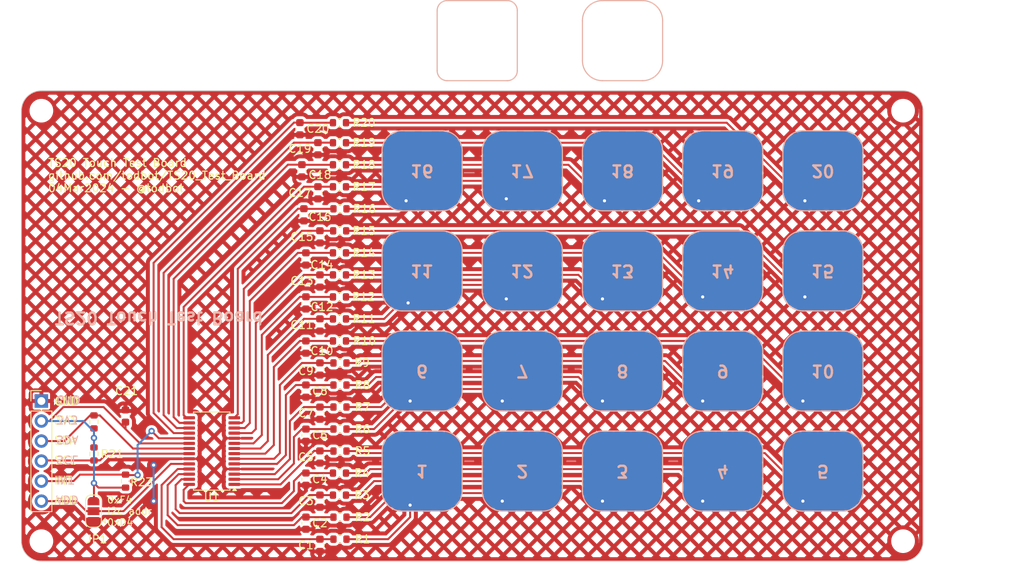
<source format=kicad_pcb>
(kicad_pcb (version 20240108) (generator "pcbnew") (generator_version "8.0")
  (layers (0 "F.Cu" signal) (31 "B.Cu" signal) (34 "B.Paste" user) (35 "F.Paste" user) (36 "B.SilkS" user "B.Silkscreen") (37 "F.SilkS" user "F.Silkscreen") (38 "B.Mask" user) (39 "F.Mask" user) (44 "Edge.Cuts" user))
  (net 0 "")
  (net 1 "GND")
  (net 2 "+3V3")
  (net 3 "Net-(U1-CS4)")
  (net 4 "/SDA")
  (net 5 "/SCL")
  (net 6 "/INT")
  (net 7 "/ADD")
  (net 8 "/CS1")
  (net 9 "/CS2")
  (net 10 "/CS3")
  (net 11 "/CS5")
  (net 12 "/CS6")
  (net 13 "/CS7")
  (net 14 "/CS8")
  (net 15 "/CS9")
  (net 16 "/CS10")
  (net 17 "/CS20")
  (net 18 "/CS19")
  (net 19 "/CS18")
  (net 20 "/CS17")
  (net 21 "/CS16")
  (net 22 "/CS15")
  (net 23 "/CS14")
  (net 24 "/CS13")
  (net 25 "/CS12")
  (net 26 "/CS11")
  (net 27 "/NCS1")
  (net 28 "/NCS2")
  (net 29 "/NCS3")
  (net 30 "/NCS4")
  (net 31 "/NCS5")
  (net 32 "/NCS6")
  (net 33 "/NCS7")
  (net 34 "/NCS8")
  (net 35 "/NCS9")
  (net 36 "/NCS10")
  (net 37 "Net-(SW11-A)")
  (net 38 "Net-(SW12-A)")
  (net 39 "Net-(SW13-A)")
  (net 40 "Net-(SW14-A)")
  (net 41 "Net-(SW15-A)")
  (net 42 "Net-(SW16-A)")
  (net 43 "Net-(SW17-A)")
  (net 44 "Net-(SW18-A)")
  (net 45 "Net-(SW19-A)")
  (net 46 "Net-(SW20-A)")
  (footprint "Capacitor_SMD:C_0603_1608Metric" (layer "F.Cu") (at 61.214 39.878 -90)
    (property "Reference" "C16")
    (property "Value" "10pF" (hide yes))
  )
  (footprint "Capacitor_SMD:C_0603_1608Metric" (layer "F.Cu") (at 60.706 28.956 -90)
    (property "Reference" "C20")
    (property "Value" "10pF" (hide yes))
  )
  (footprint "Resistor_SMD:R_0603_1608Metric" (layer "F.Cu") (at 38.608 73.66 -90)
    (property "Reference" "R23")
    (property "Value" "10k" (hide yes))
  )
  (footprint "Resistor_SMD:R_0603_1608Metric" (layer "F.Cu") (at 34.603999 66.149999 -90)
    (property "Reference" "R22" (hide yes))
    (property "Value" "10k" (hide yes))
  )
  (footprint "Resistor_SMD:R_0603_1608Metric" (layer "F.Cu") (at 65.723 75.438)
    (property "Reference" "R3")
    (property "Value" "200" (hide yes))
  )
  (footprint "Resistor_SMD:R_0603_1608Metric" (layer "F.Cu") (at 65.723 50.292)
    (property "Reference" "R12")
    (property "Value" "200" (hide yes))
  )
  (footprint "Resistor_SMD:R_0603_1608Metric" (layer "F.Cu") (at 65.723 44.704)
    (property "Reference" "R14")
    (property "Value" "200" (hide yes))
  )
  (footprint "Resistor_SMD:R_0603_1608Metric" (layer "F.Cu") (at 34.603999 70.213999 90)
    (property "Reference" "R21")
    (property "Value" "10k")
  )
  (footprint "Resistor_SMD:R_0603_1608Metric" (layer "F.Cu") (at 65.723 36.322)
    (property "Reference" "R17")
    (property "Value" "200" (hide yes))
  )
  (footprint "Resistor_SMD:R_0603_1608Metric" (layer "F.Cu") (at 65.723 47.498)
    (property "Reference" "R13")
    (property "Value" "200" (hide yes))
  )
  (footprint "Capacitor_SMD:C_0603_1608Metric" (layer "F.Cu") (at 61.468 51.054 -90)
    (property "Reference" "C12")
    (property "Value" "10pF" (hide yes))
  )
  (footprint "Resistor_SMD:R_0603_1608Metric" (layer "F.Cu") (at 65.786 69.85)
    (property "Reference" "R5")
    (property "Value" "200" (hide yes))
  )
  (footprint "Capacitor_SMD:C_0603_1608Metric" (layer "F.Cu") (at 63.246 76.2 -90)
    (property "Reference" "C3")
    (property "Value" "10pF" (hide yes))
  )
  (footprint "MountingHole:MountingHole_2.5mm" (layer "F.Cu") (at 27.94 26.67)
    (property "Reference" "H4" (hide yes))
    (property "Value" "MountingHole" (hide yes))
  )
  (footprint "Resistor_SMD:R_0603_1608Metric" (layer "F.Cu") (at 65.786 67.056)
    (property "Reference" "R6")
    (property "Value" "200" (hide yes))
  )
  (footprint "Resistor_SMD:R_0603_1608Metric" (layer "F.Cu") (at 65.749 41.91)
    (property "Reference" "R15")
    (property "Value" "200" (hide yes))
  )
  (footprint "Capacitor_SMD:C_0603_1608Metric" (layer "F.Cu") (at 61.468 56.655 -90)
    (property "Reference" "C10")
    (property "Value" "10pF" (hide yes))
  )
  (footprint "Capacitor_SMD:C_0603_1608Metric" (layer "F.Cu") (at 61.468 78.994 -90)
    (property "Reference" "C2")
    (property "Value" "10pF" (hide yes))
  )
  (footprint "Jumper:SolderJumper-3_P1.3mm_Open_RoundedPad1.0x1.5mm" (layer "F.Cu") (at 34.544 77.47 90)
    (property "Reference" "JP1")
    (property "Value" "SolderJumper_3_Open" (hide yes))
  )
  (footprint "Resistor_SMD:R_0603_1608Metric" (layer "F.Cu") (at 65.723 55.88)
    (property "Reference" "R10")
    (property "Value" "200" (hide yes))
  )
  (footprint "Capacitor_SMD:C_0603_1608Metric" (layer "F.Cu") (at 38.595 65.405 90)
    (property "Reference" "C21")
    (property "Value" "1uF")
  )
  (footprint "Resistor_SMD:R_0603_1608Metric" (layer "F.Cu") (at 65.723 28.194)
    (property "Reference" "R20")
    (property "Value" "200" (hide yes))
  )
  (footprint "Capacitor_SMD:C_0603_1608Metric" (layer "F.Cu") (at 63.246 59.436 -90)
    (property "Reference" "C9")
    (property "Value" "10pF" (hide yes))
  )
  (footprint "Capacitor_SMD:C_0603_1608Metric" (layer "F.Cu") (at 63.246 53.848 -90)
    (property "Reference" "C11")
    (property "Value" "10pF" (hide yes))
  )
  (footprint "Capacitor_SMD:C_0603_1608Metric" (layer "F.Cu") (at 63.241 70.599 -90)
    (property "Reference" "C5")
    (property "Value" "10pF" (hide yes))
  )
  (footprint "Resistor_SMD:R_0603_1608Metric" (layer "F.Cu") (at 65.786 58.674)
    (property "Reference" "R9")
    (property "Value" "200" (hide yes))
  )
  (footprint "Capacitor_SMD:C_0603_1608Metric" (layer "F.Cu") (at 61.468 67.831 -90)
    (property "Reference" "C6")
    (property "Value" "10pF" (hide yes))
  )
  (footprint "Capacitor_SMD:C_0603_1608Metric" (layer "F.Cu") (at 62.992 31.496 -90)
    (property "Reference" "C19")
    (property "Value" "10pF" (hide yes))
  )
  (footprint "Resistor_SMD:R_0603_1608Metric" (layer "F.Cu") (at 65.723 53.086)
    (property "Reference" "R11")
    (property "Value" "200" (hide yes))
  )
  (footprint "Resistor_SMD:R_0603_1608Metric" (layer "F.Cu") (at 65.786 64.262)
    (property "Reference" "R7")
    (property "Value" "200" (hide yes))
  )
  (footprint "Resistor_SMD:R_0603_1608Metric" (layer "F.Cu") (at 65.723 30.734)
    (property "Reference" "R19")
    (property "Value" "200" (hide yes))
  )
  (footprint "Package_SO:TSSOP-28_4.4x9.7mm_P0.65mm" (layer "F.Cu") (at 49.53 69.85 180)
    (property "Reference" "U1")
    (property "Value" "TS20")
  )
  (footprint "Resistor_SMD:R_0603_1608Metric" (layer "F.Cu") (at 65.786 39.116)
    (property "Reference" "R16")
    (property "Value" "200" (hide yes))
  )
  (footprint "Capacitor_SMD:C_0603_1608Metric" (layer "F.Cu") (at 62.992 37.084 -90)
    (property "Reference" "C17")
    (property "Value" "10pF" (hide yes))
  )
  (footprint "Connector_PinHeader_2.54mm:PinHeader_1x06_P2.54mm_Vertical" (layer "F.Cu") (at 27.94 63.5)
    (property "Reference" "J1" (hide yes))
    (property "Value" "Conn_01x06_Pin" (hide yes))
  )
  (footprint "MountingHole:MountingHole_2.5mm" (layer "F.Cu") (at 137.16 26.67)
    (property "Reference" "H2" (hide yes))
    (property "Value" "MountingHole" (hide yes))
  )
  (footprint "MountingHole:MountingHole_2.5mm" (layer "F.Cu") (at 137.16 81.28)
    (property "Reference" "H1" (hide yes))
    (property "Value" "MountingHole" (hide yes))
  )
  (footprint "MountingHole:MountingHole_2.5mm" (layer "F.Cu") (at 27.94 81.28)
    (property "Reference" "H3" (hide yes))
    (property "Value" "MountingHole" (hide yes))
  )
  (footprint "Capacitor_SMD:C_0603_1608Metric" (layer "F.Cu") (at 61.468 73.406 -90)
    (property "Reference" "C4")
    (property "Value" "10pF" (hide yes))
  )
  (footprint "Capacitor_SMD:C_0603_1608Metric" (layer "F.Cu") (at 61.468 45.479 -90)
    (property "Reference" "C14")
    (property "Value" "10pF" (hide yes))
  )
  (footprint "Capacitor_SMD:C_0603_1608Metric" (layer "F.Cu") (at 63.246 42.672 -90)
    (property "Reference" "C15")
    (property "Value" "10pF" (hide yes))
  )
  (footprint "Capacitor_SMD:C_0603_1608Metric" (layer "F.Cu") (at 63.246 81.801 -90)
    (property "Reference" "C1")
    (property "Value" "10pF")
  )
  (footprint "Capacitor_SMD:C_0603_1608Metric" (layer "F.Cu") (at 63.246 48.273 -90)
    (property "Reference" "C13")
    (property "Value" "10pF" (hide yes))
  )
  (footprint "Resistor_SMD:R_0603_1608Metric" (layer "F.Cu") (at 65.723 72.644)
    (property "Reference" "R4")
    (property "Value" "200" (hide yes))
  )
  (footprint "Capacitor_SMD:C_0603_1608Metric" (layer "F.Cu") (at 63.246 65.037 -90)
    (property "Reference" "C7")
    (property "Value" "10pF" (hide yes))
  )
  (footprint "Resistor_SMD:R_0603_1608Metric" (layer "F.Cu") (at 65.786 61.4745)
    (property "Reference" "R8")
    (property "Value" "200" (hide yes))
  )
  (footprint "Capacitor_SMD:C_0603_1608Metric" (layer "F.Cu") (at 61.468 62.2365 -90)
    (property "Reference" "C8")
    (property "Value" "10pF" (hide yes))
  )
  (footprint "Resistor_SMD:R_0603_1608Metric" (layer "F.Cu") (at 65.723 33.528)
    (property "Reference" "R18")
    (property "Value" "200" (hide yes))
  )
  (footprint "Resistor_SMD:R_0603_1608Metric" (layer "F.Cu") (at 65.786 81.026)
    (property "Reference" "R1")
    (property "Value" "200")
  )
  (footprint "Capacitor_SMD:C_0603_1608Metric" (layer "F.Cu") (at 60.96 34.29 -90)
    (property "Reference" "C18")
    (property "Value" "10pF" (hide yes))
  )
  (footprint "Resistor_SMD:R_0603_1608Metric" (layer "F.Cu") (at 65.786 78.232)
    (property "Reference" "R2")
    (property "Value" "200" (hide yes))
  )
  (footprint "SparkFun-Switch:Pad-CapacitiveTouch" (layer "B.Cu") (at 101.6 72.39 180)
    (property "Reference" "SW3")
    (property "Value" "Capacitive Button")
  )
  (footprint "SparkFun-Switch:Pad-CapacitiveTouch" (layer "B.Cu") (at 114.3 46.99 90)
    (property "Reference" "SW14" (hide yes))
    (property "Value" "Capacitive Button" (hide yes))
  )
  (footprint "SparkFun-Switch:Pad-CapacitiveTouch" (layer "B.Cu") (at 88.9 46.99 90)
    (property "Reference" "SW12" (hide yes))
    (property "Value" "Capacitive Button" (hide yes))
  )
  (footprint "SparkFun-Switch:Pad-CapacitiveTouch" (layer "B.Cu") (at 76.2 59.69 180)
    (property "Reference" "SW6" (hide yes))
    (property "Value" "Capacitive Button" (hide yes))
  )
  (footprint "SparkFun-Switch:Pad-CapacitiveTouch" (layer "B.Cu") (at 88.9 59.69 180)
    (property "Reference" "SW7" (hide yes))
    (property "Value" "Capacitive Button" (hide yes))
  )
  (footprint "SparkFun-Switch:Pad-CapacitiveTouch" (layer "B.Cu") (at 114.3 34.29 90)
    (property "Reference" "SW19" (hide yes))
    (property "Value" "Capacitive Button" (hide yes))
  )
  (footprint "SparkFun-Switch:Pad-CapacitiveTouch" (layer "B.Cu") (at 101.6 34.29 90)
    (property "Reference" "SW18" (hide yes))
    (property "Value" "Capacitive Button" (hide yes))
  )
  (footprint "SparkFun-Switch:Pad-CapacitiveTouch" (layer "B.Cu") (at 101.6 59.69 180)
    (property "Reference" "SW8" (hide yes))
    (property "Value" "Capacitive Button" (hide yes))
  )
  (footprint "SparkFun-Switch:Pad-CapacitiveTouch" (layer "B.Cu") (at 114.3 59.69 180)
    (property "Reference" "SW9" (hide yes))
    (property "Value" "Capacitive Button" (hide yes))
  )
  (footprint "SparkFun-Switch:Pad-CapacitiveTouch" (layer "B.Cu") (at 101.6 46.99 90)
    (property "Reference" "SW13" (hide yes))
    (property "Value" "Capacitive Button" (hide yes))
  )
  (footprint "SparkFun-Switch:Pad-CapacitiveTouch" (layer "B.Cu") (at 76.2 72.39 180)
    (property "Reference" "SW1")
    (property "Value" "Capacitive Button")
  )
  (footprint "SparkFun-Switch:Pad-CapacitiveTouch" (layer "B.Cu") (at 127 72.39 180)
    (property "Reference" "SW5")
    (property "Value" "Capacitive Button")
  )
  (footprint "SparkFun-Switch:Pad-CapacitiveTouch" (layer "B.Cu") (at 88.9 72.39 180)
    (property "Reference" "SW2")
    (property "Value" "Capacitive Button")
  )
  (footprint "SparkFun-Switch:Pad-CapacitiveTouch" (layer "B.Cu") (at 114.3 72.39 180)
    (property "Reference" "SW4")
    (property "Value" "Capacitive Button")
  )
  (footprint "SparkFun-Switch:Pad-CapacitiveTouch" (layer "B.Cu") (at 76.2 34.29 90)
    (property "Reference" "SW16" (hide yes))
    (property "Value" "Capacitive Button" (hide yes))
  )
  (footprint "SparkFun-Switch:Pad-CapacitiveTouch" (layer "B.Cu") (at 127 34.29 90)
    (property "Reference" "SW20" (hide yes))
    (property "Value" "Capacitive Button" (hide yes))
  )
  (footprint "SparkFun-Switch:Pad-CapacitiveTouch" (layer "B.Cu") (at 76.2 46.99 90)
    (property "Reference" "SW11" (hide yes))
    (property "Value" "Capacitive Button" (hide yes))
  )
  (footprint "SparkFun-Switch:Pad-CapacitiveTouch" (layer "B.Cu") (at 127 59.69 180)
    (property "Reference" "SW10" (hide yes))
    (property "Value" "Capacitive Button" (hide yes))
  )
  (footprint "SparkFun-Switch:Pad-CapacitiveTouch" (layer "B.Cu") (at 127 46.99 90)
    (property "Reference" "SW15" (hide yes))
    (property "Value" "Capacitive Button" (hide yes))
  )
  (footprint "SparkFun-Switch:Pad-CapacitiveTouch" (layer "B.Cu") (at 88.9 34.29 90)
    (property "Reference" "SW17" (hide yes))
    (property "Value" "Capacitive Button" (hide yes))
  )
  (gr_line (start 99.06 39.37) (end 104.140001 39.370001) (stroke (width 0.15)) (layer "B.SilkS"))
  (gr_line (start 91.440001 29.209999) (end 86.36 29.21) (stroke (width 0.15)) (layer "B.SilkS"))
  (gr_arc (start 81.280001 62.230001) (mid 80.536052 64.026052) (end 78.740001 64.770001) (stroke (width 0.15)) (layer "B.SilkS"))
  (gr_line (start 71.12 69.85) (end 71.12 74.93) (stroke (width 0.15)) (layer "B.SilkS"))
  (gr_arc (start 93.980001 62.230001) (mid 93.236052 64.026052) (end 91.440001 64.770001) (stroke (width 0.15)) (layer "B.SilkS"))
  (gr_line (start 78.740001 41.909999) (end 73.66 41.91) (stroke (width 0.15)) (layer "B.SilkS"))
  (gr_line (start 111.76 64.77) (end 116.840001 64.770001) (stroke (width 0.15)) (layer "B.SilkS"))
  (gr_arc (start 78.740001 54.609999) (mid 80.536052 55.353948) (end 81.280001 57.149999) (stroke (width 0.15)) (layer "B.SilkS"))
  (gr_arc (start 86.36 77.47) (mid 84.563949 76.726051) (end 83.82 74.93) (stroke (width 0.15)) (layer "B.SilkS"))
  (gr_line (start 104.140001 29.209999) (end 99.06 29.21) (stroke (width 0.15)) (layer "B.SilkS"))
  (gr_arc (start 93.980001 36.830001) (mid 93.236052 38.626052) (end 91.440001 39.370001) (stroke (width 0.15)) (layer "B.SilkS"))
  (gr_line (start 96.52 15.24) (end 96.52 20.32) (stroke (width 0.15)) (layer "B.SilkS"))
  (gr_arc (start 91.440001 67.309999) (mid 93.236052 68.053948) (end 93.980001 69.849999) (stroke (width 0.15)) (layer "B.SilkS"))
  (gr_arc (start 111.76 52.07) (mid 109.963949 51.326051) (end 109.22 49.53) (stroke (width 0.15)) (layer "B.SilkS"))
  (gr_arc (start 96.52 69.85) (mid 97.263949 68.053949) (end 99.06 67.31) (stroke (width 0.15)) (layer "B.SilkS"))
  (gr_arc (start 121.92 44.45) (mid 122.663949 42.653949) (end 124.46 41.91) (stroke (width 0.15)) (layer "B.SilkS"))
  (gr_arc (start 106.680001 36.830001) (mid 105.936052 38.626052) (end 104.140001 39.370001) (stroke (width 0.15)) (layer "B.SilkS"))
  (gr_line (start 83.82 57.15) (end 83.82 62.23) (stroke (width 0.15)) (layer "B.SilkS"))
  (gr_line (start 119.380001 62.230001) (end 119.380001 57.149999) (stroke (width 0.15)) (layer "B.SilkS"))
  (gr_line (start 124.46 64.77) (end 129.540001 64.770001) (stroke (width 0.15)) (layer "B.SilkS"))
  (gr_line (start 106.680001 36.830001) (end 106.680001 31.749999) (stroke (width 0.15)) (layer "B.SilkS"))
  (gr_line (start 73.66 77.47) (end 78.740001 77.470001) (stroke (width 0.15)) (layer "B.SilkS"))
  (gr_arc (start 73.66 52.07) (mid 71.863949 51.326051) (end 71.12 49.53) (stroke (width 0.15)) (layer "B.SilkS"))
  (gr_arc (start 71.12 57.15) (mid 71.863949 55.353949) (end 73.66 54.61) (stroke (width 0.15)) (layer "B.SilkS"))
  (gr_arc (start 81.280001 49.530001) (mid 80.536052 51.326052) (end 78.740001 52.070001) (stroke (width 0.15)) (layer "B.SilkS"))
  (gr_arc (start 86.995 12.7) (mid 87.893026 13.071974) (end 88.265 13.97) (stroke (width 0.15)) (layer "B.SilkS"))
  (gr_line (start 109.22 57.15) (end 109.22 62.23) (stroke (width 0.15)) (layer "B.SilkS"))
  (gr_arc (start 124.46 64.77) (mid 122.663949 64.026051) (end 121.92 62.23) (stroke (width 0.15)) (layer "B.SilkS"))
  (gr_arc (start 129.540001 29.209999) (mid 131.336052 29.953948) (end 132.080001 31.749999) (stroke (width 0.15)) (layer "B.SilkS"))
  (gr_line (start 96.52 57.15) (end 96.52 62.23) (stroke (width 0.15)) (layer "B.SilkS"))
  (gr_arc (start 116.840001 54.609999) (mid 118.636052 55.353948) (end 119.380001 57.149999) (stroke (width 0.15)) (layer "B.SilkS"))
  (gr_line (start 104.140001 41.909999) (end 99.06 41.91) (stroke (width 0.15)) (layer "B.SilkS"))
  (gr_line (start 86.36 64.77) (end 91.440001 64.770001) (stroke (width 0.15)) (layer "B.SilkS"))
  (gr_line (start 132.080001 62.230001) (end 132.080001 57.149999) (stroke (width 0.15)) (layer "B.SilkS"))
  (gr_arc (start 109.22 69.85) (mid 109.963949 68.053949) (end 111.76 67.31) (stroke (width 0.15)) (layer "B.SilkS"))
  (gr_arc (start 109.22 57.15) (mid 109.963949 55.353949) (end 111.76 54.61) (stroke (width 0.15)) (layer "B.SilkS"))
  (gr_arc (start 124.46 52.07) (mid 122.663949 51.326051) (end 121.92 49.53) (stroke (width 0.15)) (layer "B.SilkS"))
  (gr_line (start 88.265 21.59) (end 88.265 13.97) (stroke (width 0.15)) (layer "B.SilkS"))
  (gr_line (start 116.840001 54.609999) (end 111.76 54.61) (stroke (width 0.15)) (layer "B.SilkS"))
  (gr_arc (start 111.76 39.37) (mid 109.963949 38.626051) (end 109.22 36.83) (stroke (width 0.15)) (layer "B.SilkS"))
  (gr_line (start 71.12 31.75) (end 71.12 36.83) (stroke (width 0.15)) (layer "B.SilkS"))
  (gr_arc (start 132.080001 74.930001) (mid 131.336052 76.726052) (end 129.540001 77.470001) (stroke (width 0.15)) (layer "B.SilkS"))
  (gr_line (start 116.840001 29.209999) (end 111.76 29.21) (stroke (width 0.15)) (layer "B.SilkS"))
  (gr_line (start 129.540001 54.609999) (end 124.46 54.61) (stroke (width 0.15)) (layer "B.SilkS"))
  (gr_arc (start 96.52 44.45) (mid 97.263949 42.653949) (end 99.06 41.91) (stroke (width 0.15)) (layer "B.SilkS"))
  (gr_line (start 73.66 39.37) (end 78.740001 39.370001) (stroke (width 0.15)) (layer "B.SilkS"))
  (gr_line (start 132.080001 74.930001) (end 132.080001 69.849999) (stroke (width 0.15)) (layer "B.SilkS"))
  (gr_line (start 129.540001 67.309999) (end 124.46 67.31) (stroke (width 0.15)) (layer "B.SilkS"))
  (gr_line (start 129.540001 29.209999) (end 124.46 29.21) (stroke (width 0.15)) (layer "B.SilkS"))
  (gr_arc (start 81.280001 36.830001) (mid 80.536052 38.626052) (end 78.740001 39.370001) (stroke (width 0.15)) (layer "B.SilkS"))
  (gr_line (start 132.080001 36.830001) (end 132.080001 31.749999) (stroke (width 0.15)) (layer "B.SilkS"))
  (gr_line (start 83.82 44.45) (end 83.82 49.53) (stroke (width 0.15)) (layer "B.SilkS"))
  (gr_line (start 91.440001 67.309999) (end 86.36 67.31) (stroke (width 0.15)) (layer "B.SilkS"))
  (gr_line (start 124.46 52.07) (end 129.540001 52.070001) (stroke (width 0.15)) (layer "B.SilkS"))
  (gr_arc (start 78.740001 41.909999) (mid 80.536052 42.653948) (end 81.280001 44.449999) (stroke (width 0.15)) (layer "B.SilkS"))
  (gr_line (start 73.66 64.77) (end 78.740001 64.770001) (stroke (width 0.15)) (layer "B.SilkS"))
  (gr_line (start 109.22 69.85) (end 109.22 74.93) (stroke (width 0.15)) (layer "B.SilkS"))
  (gr_arc (start 73.66 77.47) (mid 71.863949 76.726051) (end 71.12 74.93) (stroke (width 0.15)) (layer "B.SilkS"))
  (gr_arc (start 119.380001 36.830001) (mid 118.636052 38.626052) (end 116.840001 39.370001) (stroke (width 0.15)) (layer "B.SilkS"))
  (gr_arc (start 99.06 39.37) (mid 97.263949 38.626051) (end 96.52 36.83) (stroke (width 0.15)) (layer "B.SilkS"))
  (gr_arc (start 111.76 77.47) (mid 109.963949 76.726051) (end 109.22 74.93) (stroke (width 0.15)) (layer "B.SilkS"))
  (gr_arc (start 132.080001 49.530001) (mid 131.336052 51.326052) (end 129.540001 52.070001) (stroke (width 0.15)) (layer "B.SilkS"))
  (gr_line (start 78.740001 29.209999) (end 73.66 29.21) (stroke (width 0.15)) (layer "B.SilkS"))
  (gr_line (start 121.92 57.15) (end 121.92 62.23) (stroke (width 0.15)) (layer "B.SilkS"))
  (gr_line (start 83.82 69.85) (end 83.82 74.93) (stroke (width 0.15)) (layer "B.SilkS"))
  (gr_line (start 93.980001 74.930001) (end 93.980001 69.849999) (stroke (width 0.15)) (layer "B.SilkS"))
  (gr_arc (start 83.82 69.85) (mid 84.563949 68.053949) (end 86.36 67.31) (stroke (width 0.15)) (layer "B.SilkS"))
  (gr_arc (start 124.46 77.47) (mid 122.663949 76.726051) (end 121.92 74.93) (stroke (width 0.15)) (layer "B.SilkS"))
  (gr_arc (start 71.12 31.75) (mid 71.863949 29.953949) (end 73.66 29.21) (stroke (width 0.15)) (layer "B.SilkS"))
  (gr_arc (start 106.680001 74.930001) (mid 105.936052 76.726052) (end 104.140001 77.470001) (stroke (width 0.15)) (layer "B.SilkS"))
  (gr_line (start 96.52 44.45) (end 96.52 49.53) (stroke (width 0.15)) (layer "B.SilkS"))
  (gr_arc (start 91.440001 29.209999) (mid 93.236052 29.953948) (end 93.980001 31.749999) (stroke (width 0.15)) (layer "B.SilkS"))
  (gr_line (start 81.280001 74.930001) (end 81.280001 69.849999) (stroke (width 0.15)) (layer "B.SilkS"))
  (gr_line (start 73.66 52.07) (end 78.740001 52.070001) (stroke (width 0.15)) (layer "B.SilkS"))
  (gr_line (start 81.280001 49.530001) (end 81.280001 44.449999) (stroke (width 0.15)) (layer "B.SilkS"))
  (gr_arc (start 111.76 64.77) (mid 109.963949 64.026051) (end 109.22 62.23) (stroke (width 0.15)) (layer "B.SilkS"))
  (gr_line (start 93.980001 36.830001) (end 93.980001 31.749999) (stroke (width 0.15)) (layer "B.SilkS"))
  (gr_arc (start 91.440001 54.609999) (mid 93.236052 55.353948) (end 93.980001 57.149999) (stroke (width 0.15)) (layer "B.SilkS"))
  (gr_arc (start 99.06 64.77) (mid 97.263949 64.026051) (end 96.52 62.23) (stroke (width 0.15)) (layer "B.SilkS"))
  (gr_line (start 116.840001 67.309999) (end 111.76 67.31) (stroke (width 0.15)) (layer "B.SilkS"))
  (gr_line (start 91.440001 41.909999) (end 86.36 41.91) (stroke (width 0.15)) (layer "B.SilkS"))
  (gr_arc (start 99.06 22.86) (mid 97.263949 22.116051) (end 96.52 20.32) (stroke (width 0.15)) (layer "B.SilkS"))
  (gr_line (start 71.12 44.45) (end 71.12 49.53) (stroke (width 0.15)) (layer "B.SilkS"))
  (gr_line (start 106.680001 74.930001) (end 106.680001 69.849999) (stroke (width 0.15)) (layer "B.SilkS"))
  (gr_line (start 121.92 44.45) (end 121.92 49.53) (stroke (width 0.15)) (layer "B.SilkS"))
  (gr_arc (start 116.840001 67.309999) (mid 118.636052 68.053948) (end 119.380001 69.849999) (stroke (width 0.15)) (layer "B.SilkS"))
  (gr_arc (start 104.140001 12.699999) (mid 105.936052 13.443948) (end 106.680001 15.239999) (stroke (width 0.15)) (layer "B.SilkS"))
  (gr_arc (start 78.740001 67.309999) (mid 80.536052 68.053948) (end 81.280001 69.849999) (stroke (width 0.15)) (layer "B.SilkS"))
  (gr_arc (start 93.980001 49.530001) (mid 93.236052 51.326052) (end 91.440001 52.070001) (stroke (width 0.15)) (layer "B.SilkS"))
  (gr_arc (start 99.06 52.07) (mid 97.263949 51.326051) (end 96.52 49.53) (stroke (width 0.15)) (layer "B.SilkS"))
  (gr_arc (start 119.380001 74.930001) (mid 118.636052 76.726052) (end 116.840001 77.470001) (stroke (width 0.15)) (layer "B.SilkS"))
  (gr_arc (start 119.380001 62.230001) (mid 118.636052 64.026052) (end 116.840001 64.770001) (stroke (width 0.15)) (layer "B.SilkS"))
  (gr_arc (start 93.980001 74.930001) (mid 93.236052 76.726052) (end 91.440001 77.470001) (stroke (width 0.15)) (layer "B.SilkS"))
  (gr_line (start 109.22 44.45) (end 109.22 49.53) (stroke (width 0.15)) (layer "B.SilkS"))
  (gr_line (start 129.540001 41.909999) (end 124.46 41.91) (stroke (width 0.15)) (layer "B.SilkS"))
  (gr_arc (start 129.540001 41.909999) (mid 131.336052 42.653948) (end 132.080001 44.449999) (stroke (width 0.15)) (layer "B.SilkS"))
  (gr_arc (start 96.52 31.75) (mid 97.263949 29.953949) (end 99.06 29.21) (stroke (width 0.15)) (layer "B.SilkS"))
  (gr_arc (start 104.140001 67.309999) (mid 105.936052 68.053948) (end 106.680001 69.849999) (stroke (width 0.15)) (layer "B.SilkS"))
  (gr_arc (start 86.36 64.77) (mid 84.563949 64.026051) (end 83.82 62.23) (stroke (width 0.15)) (layer "B.SilkS"))
  (gr_line (start 124.46 77.47) (end 129.540001 77.470001) (stroke (width 0.15)) (layer "B.SilkS"))
  (gr_line (start 124.46 39.37) (end 129.540001 39.370001) (stroke (width 0.15)) (layer "B.SilkS"))
  (gr_arc (start 73.66 39.37) (mid 71.863949 38.626051) (end 71.12 36.83) (stroke (width 0.15)) (layer "B.SilkS"))
  (gr_line (start 86.36 77.47) (end 91.440001 77.470001) (stroke (width 0.15)) (layer "B.SilkS"))
  (gr_line (start 99.06 77.47) (end 104.140001 77.470001) (stroke (width 0.15)) (layer "B.SilkS"))
  (gr_line (start 96.52 69.85) (end 96.52 74.93) (stroke (width 0.15)) (layer "B.SilkS"))
  (gr_line (start 86.36 52.07) (end 91.440001 52.070001) (stroke (width 0.15)) (layer "B.SilkS"))
  (gr_arc (start 124.46 39.37) (mid 122.663949 38.626051) (end 121.92 36.83) (stroke (width 0.15)) (layer "B.SilkS"))
  (gr_line (start 81.280001 62.230001) (end 81.280001 57.149999) (stroke (width 0.15)) (layer "B.SilkS"))
  (gr_arc (start 78.105 13.97) (mid 78.476974 13.071974) (end 79.375 12.7) (stroke (width 0.15)) (layer "B.SilkS"))
  (gr_arc (start 81.280001 74.930001) (mid 80.536052 76.726052) (end 78.740001 77.470001) (stroke (width 0.15)) (layer "B.SilkS"))
  (gr_arc (start 78.740001 29.209999) (mid 80.536052 29.953948) (end 81.280001 31.749999) (stroke (width 0.15)) (layer "B.SilkS"))
  (gr_arc (start 119.380001 49.530001) (mid 118.636052 51.326052) (end 116.840001 52.070001) (stroke (width 0.15)) (layer "B.SilkS"))
  (gr_line (start 99.06 22.86) (end 104.140001 22.860001) (stroke (width 0.15)) (layer "B.SilkS"))
  (gr_line (start 109.22 31.75) (end 109.22 36.83) (stroke (width 0.15)) (layer "B.SilkS"))
  (gr_line (start 99.06 52.07) (end 104.140001 52.070001) (stroke (width 0.15)) (layer "B.SilkS"))
  (gr_line (start 119.380001 36.830001) (end 119.380001 31.749999) (stroke (width 0.15)) (layer "B.SilkS"))
  (gr_arc (start 83.82 44.45) (mid 84.563949 42.653949) (end 86.36 41.91) (stroke (width 0.15)) (layer "B.SilkS"))
  (gr_arc (start 104.140001 41.909999) (mid 105.936052 42.653948) (end 106.680001 44.449999) (stroke (width 0.15)) (layer "B.SilkS"))
  (gr_line (start 104.140001 67.309999) (end 99.06 67.31) (stroke (width 0.15)) (layer "B.SilkS"))
  (gr_line (start 106.680001 62.230001) (end 106.680001 57.149999) (stroke (width 0.15)) (layer "B.SilkS"))
  (gr_line (start 71.12 57.15) (end 71.12 62.23) (stroke (width 0.15)) (layer "B.SilkS"))
  (gr_line (start 91.440001 54.609999) (end 86.36 54.61) (stroke (width 0.15)) (layer "B.SilkS"))
  (gr_arc (start 106.680001 20.320001) (mid 105.936052 22.116052) (end 104.140001 22.860001) (stroke (width 0.15)) (layer "B.SilkS"))
  (gr_line (start 79.375 22.86) (end 86.995 22.86) (stroke (width 0.15)) (layer "B.SilkS"))
  (gr_arc (start 96.52 57.15) (mid 97.263949 55.353949) (end 99.06 54.61) (stroke (width 0.15)) (layer "B.SilkS"))
  (gr_line (start 104.140001 54.609999) (end 99.06 54.61) (stroke (width 0.15)) (layer "B.SilkS"))
  (gr_line (start 78.105 13.97) (end 78.105 21.59) (stroke (width 0.15)) (layer "B.SilkS"))
  (gr_arc (start 104.140001 54.609999) (mid 105.936052 55.353948) (end 106.680001 57.149999) (stroke (width 0.15)) (layer "B.SilkS"))
  (gr_line (start 106.680001 20.320001) (end 106.680001 15.239999) (stroke (width 0.15)) (layer "B.SilkS"))
  (gr_line (start 81.280001 36.830001) (end 81.280001 31.749999) (stroke (width 0.15)) (layer "B.SilkS"))
  (gr_line (start 121.92 31.75) (end 121.92 36.83) (stroke (width 0.15)) (layer "B.SilkS"))
  (gr_line (start 93.980001 62.230001) (end 93.980001 57.149999) (stroke (width 0.15)) (layer "B.SilkS"))
  (gr_arc (start 104.140001 29.209999) (mid 105.936052 29.953948) (end 106.680001 31.749999) (stroke (width 0.15)) (layer "B.SilkS"))
  (gr_arc (start 116.840001 29.209999) (mid 118.636052 29.953948) (end 119.380001 31.749999) (stroke (width 0.15)) (layer "B.SilkS"))
  (gr_arc (start 132.080001 62.230001) (mid 131.336052 64.026052) (end 129.540001 64.770001) (stroke (width 0.15)) (layer "B.SilkS"))
  (gr_line (start 93.980001 49.530001) (end 93.980001 44.449999) (stroke (width 0.15)) (layer "B.SilkS"))
  (gr_line (start 111.76 52.07) (end 116.840001 52.070001) (stroke (width 0.15)) (layer "B.SilkS"))
  (gr_arc (start 132.080001 36.830001) (mid 131.336052 38.626052) (end 129.540001 39.370001) (stroke (width 0.15)) (layer "B.SilkS"))
  (gr_line (start 99.06 64.77) (end 104.140001 64.770001) (stroke (width 0.15)) (layer "B.SilkS"))
  (gr_arc (start 106.680001 49.530001) (mid 105.936052 51.326052) (end 104.140001 52.070001) (stroke (width 0.15)) (layer "B.SilkS"))
  (gr_arc (start 96.52 15.24) (mid 97.263949 13.443949) (end 99.06 12.7) (stroke (width 0.15)) (layer "B.SilkS"))
  (gr_arc (start 109.22 31.75) (mid 109.963949 29.953949) (end 111.76 29.21) (stroke (width 0.15)) (layer "B.SilkS"))
  (gr_arc (start 88.265 21.59) (mid 87.893026 22.488026) (end 86.995 22.86) (stroke (width 0.15)) (layer "B.SilkS"))
  (gr_line (start 78.740001 67.309999) (end 73.66 67.31) (stroke (width 0.15)) (layer "B.SilkS"))
  (gr_arc (start 71.12 69.85) (mid 71.863949 68.053949) (end 73.66 67.31) (stroke (width 0.15)) (layer "B.SilkS"))
  (gr_line (start 86.36 39.37) (end 91.440001 39.370001) (stroke (width 0.15)) (layer "B.SilkS"))
  (gr_line (start 119.380001 74.930001) (end 119.380001 69.849999) (stroke (width 0.15)) (layer "B.SilkS"))
  (gr_arc (start 91.440001 41.909999) (mid 93.236052 42.653948) (end 93.980001 44.449999) (stroke (width 0.15)) (layer "B.SilkS"))
  (gr_line (start 132.080001 49.530001) (end 132.080001 44.449999) (stroke (width 0.15)) (layer "B.SilkS"))
  (gr_arc (start 73.66 64.77) (mid 71.863949 64.026051) (end 71.12 62.23) (stroke (width 0.15)) (layer "B.SilkS"))
  (gr_arc (start 79.375 22.86) (mid 78.476974 22.488026) (end 78.105 21.59) (stroke (width 0.15)) (layer "B.SilkS"))
  (gr_arc (start 99.06 77.47) (mid 97.263949 76.726051) (end 96.52 74.93) (stroke (width 0.15)) (layer "B.SilkS"))
  (gr_line (start 111.76 77.47) (end 116.840001 77.470001) (stroke (width 0.15)) (layer "B.SilkS"))
  (gr_arc (start 121.92 31.75) (mid 122.663949 29.953949) (end 124.46 29.21) (stroke (width 0.15)) (layer "B.SilkS"))
  (gr_arc (start 71.12 44.45) (mid 71.863949 42.653949) (end 73.66 41.91) (stroke (width 0.15)) (layer "B.SilkS"))
  (gr_arc (start 129.540001 54.609999) (mid 131.336052 55.353948) (end 132.080001 57.149999) (stroke (width 0.15)) (layer "B.SilkS"))
  (gr_arc (start 83.82 31.75) (mid 84.563949 29.953949) (end 86.36 29.21) (stroke (width 0.15)) (layer "B.SilkS"))
  (gr_line (start 86.995 12.7) (end 79.375 12.7) (stroke (width 0.15)) (layer "B.SilkS"))
  (gr_arc (start 109.22 44.45) (mid 109.963949 42.653949) (end 111.76 41.91) (stroke (width 0.15)) (layer "B.SilkS"))
  (gr_line (start 121.92 69.85) (end 121.92 74.93) (stroke (width 0.15)) (layer "B.SilkS"))
  (gr_arc (start 83.82 57.15) (mid 84.563949 55.353949) (end 86.36 54.61) (stroke (width 0.15)) (layer "B.SilkS"))
  (gr_arc (start 106.680001 62.230001) (mid 105.936052 64.026052) (end 104.140001 64.770001) (stroke (width 0.15)) (layer "B.SilkS"))
  (gr_line (start 104.140001 12.699999) (end 99.06 12.7) (stroke (width 0.15)) (layer "B.SilkS"))
  (gr_line (start 116.840001 41.909999) (end 111.76 41.91) (stroke (width 0.15)) (layer "B.SilkS"))
  (gr_line (start 78.740001 54.609999) (end 73.66 54.61) (stroke (width 0.15)) (layer "B.SilkS"))
  (gr_arc (start 129.540001 67.309999) (mid 131.336052 68.053948) (end 132.080001 69.849999) (stroke (width 0.15)) (layer "B.SilkS"))
  (gr_arc (start 86.36 39.37) (mid 84.563949 38.626051) (end 83.82 36.83) (stroke (width 0.15)) (layer "B.SilkS"))
  (gr_arc (start 121.92 69.85) (mid 122.663949 68.053949) (end 124.46 67.31) (stroke (width 0.15)) (layer "B.SilkS"))
  (gr_line (start 96.52 31.75) (end 96.52 36.83) (stroke (width 0.15)) (layer "B.SilkS"))
  (gr_line (start 119.380001 49.530001) (end 119.380001 44.449999) (stroke (width 0.15)) (layer "B.SilkS"))
  (gr_line (start 106.680001 49.530001) (end 106.680001 44.449999) (stroke (width 0.15)) (layer "B.SilkS"))
  (gr_arc (start 116.840001 41.909999) (mid 118.636052 42.653948) (end 119.380001 44.449999) (stroke (width 0.15)) (layer "B.SilkS"))
  (gr_line (start 83.82 31.75) (end 83.82 36.83) (stroke (width 0.15)) (layer "B.SilkS"))
  (gr_arc (start 121.92 57.15) (mid 122.663949 55.353949) (end 124.46 54.61) (stroke (width 0.15)) (layer "B.SilkS"))
  (gr_line (start 111.76 39.37) (end 116.840001 39.370001) (stroke (width 0.15)) (layer "B.SilkS"))
  (gr_arc (start 86.36 52.07) (mid 84.563949 51.326051) (end 83.82 49.53) (stroke (width 0.15)) (layer "B.SilkS"))
  (gr_line (start 27.94 24.13) (end 137.16 24.13) (stroke (width 0.1)) (layer "Edge.Cuts"))
  (gr_arc (start 139.7 81.28) (mid 138.956051 83.076051) (end 137.16 83.82) (stroke (width 0.1)) (layer "Edge.Cuts"))
  (gr_line (start 25.4 26.67) (end 25.4 81.28) (stroke (width 0.1)) (layer "Edge.Cuts"))
  (gr_arc (start 137.16 24.13) (mid 138.956051 24.873949) (end 139.7 26.67) (stroke (width 0.1)) (layer "Edge.Cuts"))
  (gr_line (start 139.7 26.67) (end 139.7 81.27003) (stroke (width 0.1)) (layer "Edge.Cuts"))
  (gr_arc (start 25.4 26.67) (mid 26.143949 24.873949) (end 27.94 24.13) (stroke (width 0.1)) (layer "Edge.Cuts"))
  (gr_arc (start 27.94 83.82) (mid 26.143949 83.076051) (end 25.4 81.28) (stroke (width 0.1)) (layer "Edge.Cuts"))
  (gr_line (start 137.16 83.82) (end 27.94 83.82) (stroke (width 0.1)) (layer "Edge.Cuts"))
  (gr_text "3" (at 101.6 72.39 180) (layer "B.SilkS") (effects (font (size 1.5 1.5) (thickness 0.3) (bold yes)) (justify mirror)))
  (gr_text "11" (at 76.2 46.99 180) (layer "B.SilkS") (effects (font (size 1.5 1.5) (thickness 0.3) (bold yes)) (justify mirror)))
  (gr_text "ADD" (at 29.718 75.438 180) (layer "B.SilkS") (effects (font (size 1 1)) (justify left bottom mirror)))
  (gr_text "SDA" (at 29.718 67.817999 180) (layer "B.SilkS") (effects (font (size 1 1)) (justify left bottom mirror)))
  (gr_text "1" (at 76.2 72.39 180) (layer "B.SilkS") (effects (font (size 1.5 1.5) (thickness 0.3) (bold yes)) (justify mirror)))
  (gr_text "SCL" (at 29.718 70.358 180) (layer "B.SilkS") (effects (font (size 1 1)) (justify left bottom mirror)))
  (gr_text "GND" (at 29.718 62.738 180) (layer "B.SilkS") (effects (font (size 1 1) (thickness 0.2) (bold yes)) (justify left bottom mirror)))
  (gr_text "5" (at 127 72.39 180) (layer "B.SilkS") (effects (font (size 1.5 1.5) (thickness 0.3) (bold yes)) (justify mirror)))
  (gr_text "TS20 Touch Test Board" (at 29.464 52.07 180) (layer "B.SilkS") (effects (font (size 1.5 1.5) (thickness 0.3) (bold yes)) (justify left bottom mirror)))
  (gr_text "3V3\n" (at 29.718 65.278 180) (layer "B.SilkS") (effects (font (size 1 1)) (justify left bottom mirror)))
  (gr_text "15" (at 127 46.99 180) (layer "B.SilkS") (effects (font (size 1.5 1.5) (thickness 0.3) (bold yes)) (justify mirror)))
  (gr_text "7" (at 88.9 59.69 180) (layer "B.SilkS") (effects (font (size 1.5 1.5) (thickness 0.3) (bold yes)) (justify mirror)))
  (gr_text "8\n" (at 101.6 59.69 180) (layer "B.SilkS") (effects (font (size 1.5 1.5) (thickness 0.3) (bold yes)) (justify mirror)))
  (gr_text "6" (at 76.2 59.69 180) (layer "B.SilkS") (effects (font (size 1.5 1.5) (thickness 0.3) (bold yes)) (justify mirror)))
  (gr_text "13" (at 101.6 46.99 180) (layer "B.SilkS") (effects (font (size 1.5 1.5) (thickness 0.3) (bold yes)) (justify mirror)))
  (gr_text "14" (at 114.3 46.99 180) (layer "B.SilkS") (effects (font (size 1.5 1.5) (thickness 0.3) (bold yes)) (justify mirror)))
  (gr_text "17" (at 88.9 34.29 180) (layer "B.SilkS") (effects (font (size 1.5 1.5) (thickness 0.3) (bold yes)) (justify mirror)))
  (gr_text "20" (at 127 34.29 180) (layer "B.SilkS") (effects (font (size 1.5 1.5) (thickness 0.3) (bold yes)) (justify mirror)))
  (gr_text "2" (at 88.9 72.39 180) (layer "B.SilkS") (effects (font (size 1.5 1.5) (thickness 0.3) (bold yes)) (justify mirror)))
  (gr_text "12" (at 88.9 46.99 180) (layer "B.SilkS") (effects (font (size 1.5 1.5) (thickness 0.3) (bold yes)) (justify mirror)))
  (gr_text "19" (at 114.3 34.29 180) (layer "B.SilkS") (effects (font (size 1.5 1.5) (thickness 0.3) (bold yes)) (justify mirror)))
  (gr_text "9" (at 114.3 59.69 180) (layer "B.SilkS") (effects (font (size 1.5 1.5) (thickness 0.3) (bold yes)) (justify mirror)))
  (gr_text "10" (at 127 59.69 180) (layer "B.SilkS") (effects (font (size 1.5 1.5) (thickness 0.3) (bold yes)) (justify mirror)))
  (gr_text "16" (at 76.2 34.29 180) (layer "B.SilkS") (effects (font (size 1.5 1.5) (thickness 0.3) (bold yes)) (justify mirror)))
  (gr_text "18" (at 101.6 34.29 180) (layer "B.SilkS") (effects (font (size 1.5 1.5) (thickness 0.3) (bold yes)) (justify mirror)))
  (gr_text "INT" (at 29.718 72.898 180) (layer "B.SilkS") (effects (font (size 1 1)) (justify left bottom mirror)))
  (gr_text "4" (at 114.3 72.39 180) (layer "B.SilkS") (effects (font (size 1.5 1.5) (thickness 0.3) (bold yes)) (justify mirror)))
  (gr_text "SDA" (at 29.464 69.087999 0) (layer "F.SilkS") (effects (font (size 1 1)) (justify left bottom)))
  (gr_text "0xF4\ni2c addr\n0xD4" (at 36.195 77.47 0) (layer "F.SilkS") (effects (font (size 0.889 0.889) (thickness 0.127)) (justify left)))
  (gr_text "INT" (at 29.464 74.168 0) (layer "F.SilkS") (effects (font (size 1 1)) (justify left bottom)))
  (gr_text "SCL" (at 29.464 71.628001 0) (layer "F.SilkS") (effects (font (size 1 1)) (justify left bottom)))
  (gr_text "TS20 Touch Test Board\ngithub.com/todbot/TS20_Test_Board\n04Mar2024 - @todbot\n" (at 28.702 37.084 0) (layer "F.SilkS") (effects (font (size 1 1)) (justify left bottom)))
  (gr_text "3V3\n" (at 29.464 66.548001 0) (layer "F.SilkS") (effects (font (size 1 1)) (justify left bottom)))
  (gr_text "ADD" (at 29.464 76.708 0) (layer "F.SilkS") (effects (font (size 1 1)) (justify left bottom)))
  (gr_text "GND" (at 29.464 64.1325 0) (layer "F.SilkS") (effects (font (size 1 1) (thickness 0.2) (bold yes)) (justify left bottom)))
  (segment (start 52.3925 72.125) (end 52.3815 72.136) (width 0.25) (layer "F.Cu") (net 1))
  (segment (start 27.178 62.835001) (end 27.275001 62.738) (width 0.25) (layer "F.Cu") (net 1))
  (segment (start 46.6675 70.825) (end 42.967 70.825) (width 0.25) (layer "F.Cu") (net 1))
  (segment (start 52.3925 68.225) (end 51.054 68.225) (width 0.25) (layer "F.Cu") (net 1))
  (segment (start 52.3815 72.136) (end 51.054 72.136) (width 0.25) (layer "F.Cu") (net 1))
  (segment (start 42.967 70.825) (end 42.164 71.628) (width 0.25) (layer "F.Cu") (net 1))
  (segment (start 46.6675 70.825) (end 47.752 70.825) (width 0.25) (layer "F.Cu") (net 1))
  (via (at 42.164 71.628) (size 0.8) (drill 0.4) (layers "F.Cu" "B.Cu") (net 1))
  (via (at 42.164 76.2) (size 0.8) (drill 0.4) (layers "F.Cu" "B.Cu") (net 1))
  (segment (start 42.164 71.628) (end 42.164 76.2) (width 0.25) (layer "B.Cu") (net 1))
  (segment (start 40.427 68.875) (end 46.6675 68.875) (width 0.25) (layer "F.Cu") (net 2))
  (segment (start 38.608 66.32) (end 38.608 67.056) (width 0.25) (layer "F.Cu") (net 2))
  (segment (start 27.94 66.04) (end 28.956 66.04) (width 0.25) (layer "F.Cu") (net 2))
  (segment (start 28.956 66.04) (end 30.734 64.262) (width 0.25) (layer "F.Cu") (net 2))
  (segment (start 34.603999 73.914) (end 34.603999 76.110001) (width 0.25) (layer "F.Cu") (net 2))
  (segment (start 38.608 74.485) (end 35.174999 74.485) (width 0.25) (layer "F.Cu") (net 2))
  (segment (start 38.595 66.307) (end 38.608 66.32) (width 0.25) (layer "F.Cu") (net 2))
  (segment (start 30.734 64.262) (end 35.814 64.262) (width 0.25) (layer "F.Cu") (net 2))
  (segment (start 34.603999 76.110001) (end 34.544 76.17) (width 0.25) (layer "F.Cu") (net 2))
  (segment (start 35.174999 74.485) (end 34.603999 73.914) (width 0.25) (layer "F.Cu") (net 2))
  (segment (start 38.608 67.056) (end 40.427 68.875) (width 0.25) (layer "F.Cu") (net 2))
  (segment (start 35.814 64.262) (end 38.608 67.056) (width 0.25) (layer "F.Cu") (net 2))
  (segment (start 34.603999 69.388999) (end 34.603999 66.974999) (width 0.25) (layer "F.Cu") (net 2))
  (via (at 34.603999 73.914) (size 0.8) (drill 0.4) (layers "F.Cu" "B.Cu") (net 2))
  (via (at 34.603999 68.181999) (size 0.8) (drill 0.4) (layers "F.Cu" "B.Cu") (net 2))
  (segment (start 33.274 66.04) (end 27.94 66.04) (width 0.25) (layer "B.Cu") (net 2))
  (segment (start 34.603999 73.914) (end 34.603999 68.181999) (width 0.25) (layer "B.Cu") (net 2))
  (segment (start 34.603999 68.181999) (end 34.603999 67.369999) (width 0.25) (layer "B.Cu") (net 2))
  (segment (start 34.603999 67.369999) (end 33.274 66.04) (width 0.25) (layer "B.Cu") (net 2))
  (segment (start 46.6675 74.075) (end 45.974 74.7685) (width 0.25) (layer "F.Cu") (net 3))
  (segment (start 45.974 76.2) (end 46.228 76.454) (width 0.25) (layer "F.Cu") (net 3))
  (segment (start 58.42 76.454) (end 59.944 74.93) (width 0.25) (layer "F.Cu") (net 3))
  (segment (start 46.228 76.454) (end 58.42 76.454) (width 0.25) (layer "F.Cu") (net 3))
  (segment (start 45.974 74.7685) (end 45.974 76.2) (width 0.25) (layer "F.Cu") (net 3))
  (segment (start 61.481 72.644) (end 61.468 72.631) (width 0.25) (layer "F.Cu") (net 3))
  (segment (start 59.944 74.93) (end 59.944 73.66) (width 0.25) (layer "F.Cu") (net 3))
  (segment (start 60.973 72.631) (end 61.468 72.631) (width 0.25) (layer "F.Cu") (net 3))
  (segment (start 59.944 73.66) (end 60.973 72.631) (width 0.25) (layer "F.Cu") (net 3))
  (segment (start 64.898 72.644) (end 61.481 72.644) (width 0.25) (layer "F.Cu") (net 3))
  (segment (start 30.861 68.58) (end 27.94 68.58) (width 0.25) (layer "F.Cu") (net 4))
  (segment (start 39.553 69.525) (end 35.352999 65.324999) (width 0.25) (layer "F.Cu") (net 4))
  (segment (start 35.352999 65.324999) (end 34.603999 65.324999) (width 0.25) (layer "F.Cu") (net 4))
  (segment (start 46.6675 69.525) (end 39.553 69.525) (width 0.25) (layer "F.Cu") (net 4))
  (segment (start 34.116001 65.324999) (end 30.861 68.58) (width 0.25) (layer "F.Cu") (net 4))
  (segment (start 34.603999 65.324999) (end 34.116001 65.324999) (width 0.25) (layer "F.Cu") (net 4))
  (segment (start 35.302999 71.038999) (end 34.603999 71.038999) (width 0.25) (layer "F.Cu") (net 5))
  (segment (start 46.6675 70.175) (end 36.229998 70.175) (width 0.25) (layer "F.Cu") (net 5))
  (segment (start 28.021001 71.038999) (end 27.94 71.12) (width 0.25) (layer "F.Cu") (net 5))
  (segment (start 36.229998 70.175) (end 35.395998 71.009) (width 0.25) (layer "F.Cu") (net 5))
  (segment (start 34.633998 71.009) (end 34.603999 71.038999) (width 0.25) (layer "F.Cu") (net 5))
  (segment (start 35.395998 71.009) (end 34.633998 71.009) (width 0.25) (layer "F.Cu") (net 5))
  (segment (start 34.603999 71.038999) (end 28.021001 71.038999) (width 0.25) (layer "F.Cu") (net 5))
  (segment (start 38.671 72.898) (end 38.608 72.835) (width 0.25) (layer "F.Cu") (net 6))
  (segment (start 42.825 68.225) (end 46.6675 68.225) (width 0.25) (layer "F.Cu") (net 6))
  (segment (start 32.829 72.835) (end 38.608 72.835) (width 0.25) (layer "F.Cu") (net 6))
  (segment (start 41.91 67.31) (end 42.825 68.225) (width 0.25) (layer "F.Cu") (net 6))
  (segment (start 27.94 73.66) (end 32.004 73.66) (width 0.25) (layer "F.Cu") (net 6))
  (segment (start 32.004 73.66) (end 32.829 72.835) (width 0.25) (layer "F.Cu") (net 6))
  (segment (start 40.132 72.898) (end 38.671 72.898) (width 0.25) (layer "F.Cu") (net 6))
  (via (at 41.91 67.31) (size 0.8) (drill 0.4) (layers "F.Cu" "B.Cu") (net 6))
  (via (at 40.132 72.898) (size 0.8) (drill 0.4) (layers "F.Cu" "B.Cu") (net 6))
  (segment (start 40.132 69.088) (end 41.91 67.31) (width 0.25) (layer "B.Cu") (net 6))
  (segment (start 40.132 72.898) (end 40.132 69.088) (width 0.25) (layer "B.Cu") (net 6))
  (segment (start 33.6375 77.47) (end 32.3675 76.2) (width 0.25) (layer "F.Cu") (net 7))
  (segment (start 38.354 77.47) (end 34.544 77.47) (width 0.25) (layer "F.Cu") (net 7))
  (segment (start 32.3675 76.2) (end 27.94 76.2) (width 0.25) (layer "F.Cu") (net 7))
  (segment (start 46.6675 71.475) (end 44.349 71.475) (width 0.25) (layer "F.Cu") (net 7))
  (segment (start 34.544 77.47) (end 33.6375 77.47) (width 0.25) (layer "F.Cu") (net 7))
  (segment (start 44.349 71.475) (end 38.354 77.47) (width 0.25) (layer "F.Cu") (net 7))
  (segment (start 43.18 79.502) (end 43.18 74.168) (width 0.25) (layer "F.Cu") (net 8))
  (segment (start 43.18 74.168) (end 45.223 72.125) (width 0.25) (layer "F.Cu") (net 8))
  (segment (start 62.992 81.026) (end 63.246 81.026) (width 0.25) (layer "F.Cu") (net 8))
  (segment (start 63.246 81.026) (end 44.704 81.026) (width 0.25) (layer "F.Cu") (net 8))
  (segment (start 44.704 81.026) (end 43.18 79.502) (width 0.25) (layer "F.Cu") (net 8))
  (segment (start 63.246 81.026) (end 64.961 81.026) (width 0.25) (layer "F.Cu") (net 8))
  (segment (start 45.223 72.125) (end 46.6675 72.125) (width 0.25) (layer "F.Cu") (net 8))
  (segment (start 60.973 78.219) (end 59.944 79.248) (width 0.25) (layer "F.Cu") (net 9))
  (segment (start 61.468 78.219) (end 60.973 78.219) (width 0.25) (layer "F.Cu") (net 9))
  (segment (start 43.942 74.168) (end 45.335 72.775) (width 0.25) (layer "F.Cu") (net 9))
  (segment (start 45.335 72.775) (end 46.6675 72.775) (width 0.25) (layer "F.Cu") (net 9))
  (segment (start 61.481 78.232) (end 64.961 78.232) (width 0.25) (layer "F.Cu") (net 9))
  (segment (start 43.942 77.978) (end 43.942 74.168) (width 0.25) (layer "F.Cu") (net 9))
  (segment (start 61.468 78.219) (end 61.481 78.232) (width 0.25) (layer "F.Cu") (net 9))
  (segment (start 59.944 79.248) (end 45.212 79.248) (width 0.25) (layer "F.Cu") (net 9))
  (segment (start 45.212 79.248) (end 43.942 77.978) (width 0.25) (layer "F.Cu") (net 9))
  (segment (start 61.9255 75.425) (end 63.246 75.425) (width 0.25) (layer "F.Cu") (net 10))
  (segment (start 63.259 75.438) (end 63.246 75.425) (width 0.25) (layer "F.Cu") (net 10))
  (segment (start 64.898 75.438) (end 63.259 75.438) (width 0.25) (layer "F.Cu") (net 10))
  (segment (start 44.958 74.168) (end 44.958 77.216) (width 0.25) (layer "F.Cu") (net 10))
  (segment (start 44.958 77.216) (end 45.466 77.724) (width 0.25) (layer "F.Cu") (net 10))
  (segment (start 46.6675 73.425) (end 45.701 73.425) (width 0.25) (layer "F.Cu") (net 10))
  (segment (start 45.466 77.724) (end 59.6265 77.724) (width 0.25) (layer "F.Cu") (net 10))
  (segment (start 59.6265 77.724) (end 61.9255 75.425) (width 0.25) (layer "F.Cu") (net 10))
  (segment (start 45.701 73.425) (end 44.958 74.168) (width 0.25) (layer "F.Cu") (net 10))
  (segment (start 63.241 69.824) (end 62.51 69.824) (width 0.25) (layer "F.Cu") (net 11))
  (segment (start 58.259 74.075) (end 52.3925 74.075) (width 0.25) (layer "F.Cu") (net 11))
  (segment (start 63.241 69.824) (end 64.935 69.824) (width 0.25) (layer "F.Cu") (net 11))
  (segment (start 64.935 69.824) (end 64.961 69.85) (width 0.25) (layer "F.Cu") (net 11))
  (segment (start 62.51 69.824) (end 58.259 74.075) (width 0.25) (layer "F.Cu") (net 11))
  (segment (start 64.961 67.056) (end 61.468 67.056) (width 0.25) (layer "F.Cu") (net 12))
  (segment (start 57.9565 73.425) (end 59.944 71.4375) (width 0.25) (layer "F.Cu") (net 12))
  (segment (start 59.944 71.4375) (end 59.944 68.072) (width 0.25) (layer "F.Cu") (net 12))
  (segment (start 52.3925 73.425) (end 57.9565 73.425) (width 0.25) (layer "F.Cu") (net 12))
  (segment (start 59.944 68.072) (end 60.96 67.056) (width 0.25) (layer "F.Cu") (net 12))
  (segment (start 60.96 67.056) (end 61.468 67.056) (width 0.25) (layer "F.Cu") (net 12))
  (segment (start 59.436 70.866) (end 59.436 66.04) (width 0.25) (layer "F.Cu") (net 13))
  (segment (start 59.436 66.04) (end 61.214 64.262) (width 0.25) (layer "F.Cu") (net 13))
  (segment (start 64.961 64.262) (end 63.246 64.262) (width 0.25) (layer "F.Cu") (net 13))
  (segment (start 61.214 64.262) (end 63.246 64.262) (width 0.25) (layer "F.Cu") (net 13))
  (segment (start 57.527 72.775) (end 59.436 70.866) (width 0.25) (layer "F.Cu") (net 13))
  (segment (start 52.3925 72.775) (end 57.527 72.775) (width 0.25) (layer "F.Cu") (net 13))
  (segment (start 60.9535 61.468) (end 60.96 61.4615) (width 0.25) (layer "F.Cu") (net 14))
  (segment (start 52.3925 71.475) (end 57.811 71.475) (width 0.25) (layer "F.Cu") (net 14))
  (segment (start 57.811 71.475) (end 58.928 70.358) (width 0.25) (layer "F.Cu") (net 14))
  (segment (start 61.481 61.4745) (end 61.468 61.4615) (width 0.25) (layer "F.Cu") (net 14))
  (segment (start 60.198 61.468) (end 60.9535 61.468) (width 0.25) (layer "F.Cu") (net 14))
  (segment (start 58.928 62.738) (end 60.198 61.468) (width 0.25) (layer "F.Cu") (net 14))
  (segment (start 64.961 61.4745) (end 61.481 61.4745) (width 0.25) (layer "F.Cu") (net 14))
  (segment (start 58.928 70.358) (end 58.928 62.738) (width 0.25) (layer "F.Cu") (net 14))
  (segment (start 63.246 58.661) (end 63.233 58.674) (width 0.25) (layer "F.Cu") (net 15))
  (segment (start 63.233 58.674) (end 60.96 58.674) (width 0.25) (layer "F.Cu") (net 15))
  (segment (start 63.259 58.674) (end 63.246 58.661) (width 0.25) (layer "F.Cu") (net 15))
  (segment (start 60.96 58.674) (end 58.166 61.468) (width 0.25) (layer "F.Cu") (net 15))
  (segment (start 64.961 58.674) (end 63.259 58.674) (width 0.25) (layer "F.Cu") (net 15))
  (segment (start 58.166 61.468) (end 58.166 70.104) (width 0.25) (layer "F.Cu") (net 15))
  (segment (start 57.445 70.825) (end 52.3925 70.825) (width 0.25) (layer "F.Cu") (net 15))
  (segment (start 58.166 70.104) (end 57.445 70.825) (width 0.25) (layer "F.Cu") (net 15))
  (segment (start 52.3925 70.175) (end 56.317 70.175) (width 0.25) (layer "F.Cu") (net 16))
  (segment (start 57.404 59.182) (end 60.706 55.88) (width 0.25) (layer "F.Cu") (net 16))
  (segment (start 57.404 69.088) (end 57.404 59.182) (width 0.25) (layer "F.Cu") (net 16))
  (segment (start 60.706 55.88) (end 61.468 55.88) (width 0.25) (layer "F.Cu") (net 16))
  (segment (start 64.898 55.88) (end 61.468 55.88) (width 0.25) (layer "F.Cu") (net 16))
  (segment (start 56.317 70.175) (end 57.404 69.088) (width 0.25) (layer "F.Cu") (net 16))
  (segment (start 42.164 65.024) (end 42.164 45.974) (width 0.25) (layer "F.Cu") (net 17))
  (segment (start 60.719 28.194) (end 60.706 28.181) (width 0.25) (layer "F.Cu") (net 17))
  (segment (start 44.715 67.575) (end 42.164 65.024) (width 0.25) (layer "F.Cu") (net 17))
  (segment (start 46.6675 67.575) (end 44.715 67.575) (width 0.25) (layer "F.Cu") (net 17))
  (segment (start 59.957 28.181) (end 60.706 28.181) (width 0.25) (layer "F.Cu") (net 17))
  (segment (start 64.898 28.194) (end 60.719 28.194) (width 0.25) (layer "F.Cu") (net 17))
  (segment (start 42.164 45.974) (end 59.957 28.181) (width 0.25) (layer "F.Cu") (net 17))
  (segment (start 43.434 65.278) (end 43.434 47.244) (width 0.25) (layer "F.Cu") (net 18))
  (segment (start 59.957 30.721) (end 62.992 30.721) (width 0.25) (layer "F.Cu") (net 18))
  (segment (start 43.434 47.244) (end 59.957 30.721) (width 0.25) (layer "F.Cu") (net 18))
  (segment (start 64.898 30.734) (end 64.885 30.721) (width 0.25) (layer "F.Cu") (net 18))
  (segment (start 64.885 30.721) (end 62.992 30.721) (width 0.25) (layer "F.Cu") (net 18))
  (segment (start 46.6675 66.925) (end 45.081 66.925) (width 0.25) (layer "F.Cu") (net 18))
  (segment (start 45.081 66.925) (end 43.434 65.278) (width 0.25) (layer "F.Cu") (net 18))
  (segment (start 46.6675 66.275) (end 45.447 66.275) (width 0.25) (layer "F.Cu") (net 19))
  (segment (start 60.973 33.528) (end 60.96 33.515) (width 0.25) (layer "F.Cu") (net 19))
  (segment (start 44.704 48.006) (end 59.195 33.515) (width 0.25) (layer "F.Cu") (net 19))
  (segment (start 45.447 66.275) (end 44.704 65.532) (width 0.25) (layer "F.Cu") (net 19))
  (segment (start 59.195 33.515) (end 60.96 33.515) (width 0.25) (layer "F.Cu") (net 19))
  (segment (start 44.704 65.532) (end 44.704 48.006) (width 0.25) (layer "F.Cu") (net 19))
  (segment (start 64.898 33.528) (end 60.973 33.528) (width 0.25) (layer "F.Cu") (net 19))
  (segment (start 64.898 36.322) (end 64.885 36.309) (width 0.25) (layer "F.Cu") (net 20))
  (segment (start 62.992 36.309) (end 61.227 36.309) (width 0.25) (layer "F.Cu") (net 20))
  (segment (start 46.321 65.625) (end 46.6675 65.625) (width 0.25) (layer "F.Cu") (net 20))
  (segment (start 64.885 36.309) (end 62.992 36.309) (width 0.25) (layer "F.Cu") (net 20))
  (segment (start 61.227 36.309) (end 45.974 51.562) (width 0.25) (layer "F.Cu") (net 20))
  (segment (start 45.974 51.562) (end 45.974 65.278) (width 0.25) (layer "F.Cu") (net 20))
  (segment (start 45.974 65.278) (end 46.321 65.625) (width 0.25) (layer "F.Cu") (net 20))
  (segment (start 60.465 39.103) (end 52.832 46.736) (width 0.25) (layer "F.Cu") (net 21))
  (segment (start 52.832 46.736) (end 52.832 65.1855) (width 0.25) (layer "F.Cu") (net 21))
  (segment (start 61.214 39.103) (end 60.465 39.103) (width 0.25) (layer "F.Cu") (net 21))
  (segment (start 52.832 65.1855) (end 52.3925 65.625) (width 0.25) (layer "F.Cu") (net 21))
  (segment (start 61.227 39.116) (end 61.214 39.103) (width 0.25) (layer "F.Cu") (net 21))
  (segment (start 64.961 39.116) (end 61.227 39.116) (width 0.25) (layer "F.Cu") (net 21))
  (segment (start 64.911 41.897) (end 64.924 41.91) (width 0.25) (layer "F.Cu") (net 22))
  (segment (start 53.594 66.04) (end 53.594 49.276) (width 0.25) (layer "F.Cu") (net 22))
  (segment (start 53.359 66.275) (end 53.594 66.04) (width 0.25) (layer "F.Cu") (net 22))
  (segment (start 53.594 49.276) (end 60.973 41.897) (width 0.25) (layer "F.Cu") (net 22))
  (segment (start 52.3925 66.275) (end 53.359 66.275) (width 0.25) (layer "F.Cu") (net 22))
  (segment (start 63.246 41.897) (end 64.911 41.897) (width 0.25) (layer "F.Cu") (net 22))
  (segment (start 60.973 41.897) (end 63.246 41.897) (width 0.25) (layer "F.Cu") (net 22))
  (segment (start 60.452 44.704) (end 61.468 44.704) (width 0.25) (layer "F.Cu") (net 23))
  (segment (start 54.356 66.294) (end 54.356 50.8) (width 0.25) (layer "F.Cu") (net 23))
  (segment (start 64.898 44.704) (end 61.468 44.704) (width 0.25) (layer "F.Cu") (net 23))
  (segment (start 54.356 50.8) (end 60.452 44.704) (width 0.25) (layer "F.Cu") (net 23))
  (segment (start 53.725 66.925) (end 54.356 66.294) (width 0.25) (layer "F.Cu") (net 23))
  (segment (start 52.3925 66.925) (end 53.725 66.925) (width 0.25) (layer "F.Cu") (net 23))
  (segment (start 63.246 47.498) (end 64.898 47.498) (width 0.25) (layer "F.Cu") (net 24))
  (segment (start 61.214 47.498) (end 63.246 47.498) (width 0.25) (layer "F.Cu") (net 24))
  (segment (start 55.118 53.594) (end 61.214 47.498) (width 0.25) (layer "F.Cu") (net 24))
  (segment (start 52.3925 67.575) (end 54.599 67.575) (width 0.25) (layer "F.Cu") (net 24))
  (segment (start 55.118 67.056) (end 55.118 53.594) (width 0.25) (layer "F.Cu") (net 24))
  (segment (start 54.599 67.575) (end 55.118 67.056) (width 0.25) (layer "F.Cu") (net 24))
  (segment (start 64.961 50.292) (end 61.596396 50.292) (width 0.25) (layer "F.Cu") (net 25))
  (segment (start 55.88 55.118) (end 60.719 50.279) (width 0.25) (layer "F.Cu") (net 25))
  (segment (start 54.823 68.875) (end 55.88 67.818) (width 0.25) (layer "F.Cu") (net 25))
  (segment (start 60.719 50.279) (end 61.468 50.279) (width 0.25) (layer "F.Cu") (net 25))
  (segment (start 55.88 67.818) (end 55.88 55.118) (width 0.25) (layer "F.Cu") (net 25))
  (segment (start 61.596396 50.292) (end 61.525698 50.221302) (width 0.25) (layer "F.Cu") (net 25))
  (segment (start 52.3925 68.875) (end 54.823 68.875) (width 0.25) (layer "F.Cu") (net 25))
  (segment (start 64.898 53.086) (end 64.885 53.073) (width 0.25) (layer "F.Cu") (net 26))
  (segment (start 56.642 68.58) (end 55.697 69.525) (width 0.25) (layer "F.Cu") (net 26))
  (segment (start 64.885 53.073) (end 63.246 53.073) (width 0.25) (layer "F.Cu") (net 26))
  (segment (start 61.227 53.073) (end 56.642 57.658) (width 0.25) (layer "F.Cu") (net 26))
  (segment (start 55.697 69.525) (end 52.3925 69.525) (width 0.25) (layer "F.Cu") (net 26))
  (segment (start 56.642 57.658) (end 56.642 68.58) (width 0.25) (layer "F.Cu") (net 26))
  (segment (start 63.246 53.073) (end 61.227 53.073) (width 0.25) (layer "F.Cu") (net 26))
  (segment (start 74.676 76.708) (end 74.676 78.232) (width 0.25) (layer "F.Cu") (net 27))
  (segment (start 74.676 78.232) (end 71.882 81.026) (width 0.25) (layer "F.Cu") (net 27))
  (segment (start 71.882 81.026) (end 66.611 81.026) (width 0.25) (layer "F.Cu") (net 27))
  (via (at 74.676 76.708) (size 0.8) (drill 0.4) (layers "F.Cu" "B.Cu") (net 27))
  (segment (start 74.676 76.708) (end 74.676 73.914) (width 0.25) (layer "B.Cu") (net 27))
  (segment (start 74.676 73.914) (end 76.2 72.39) (width 0.25) (layer "B.Cu") (net 27))
  (segment (start 85.344 75.184) (end 72.644 75.184) (width 0.25) (layer "F.Cu") (net 28))
  (segment (start 86.36 76.2) (end 85.344 75.184) (width 0.25) (layer "F.Cu") (net 28))
  (segment (start 66.865 77.978) (end 66.611 78.232) (width 0.25) (layer "F.Cu") (net 28))
  (segment (start 69.596 78.232) (end 66.611 78.232) (width 0.25) (layer "F.Cu") (net 28))
  (segment (start 72.644 75.184) (end 69.596 78.232) (width 0.25) (layer "F.Cu") (net 28))
  (via (at 86.36 76.2) (size 0.8) (drill 0.4) (layers "F.Cu" "B.Cu") (net 28))
  (segment (start 88.9 73.152) (end 88.9 72.39) (width 0.25) (layer "B.Cu") (net 28))
  (segment (start 86.36 75.692) (end 88.9 73.152) (width 0.25) (layer "B.Cu") (net 28))
  (segment (start 86.36 76.2) (end 86.36 75.692) (width 0.25) (layer "B.Cu") (net 28))
  (segment (start 96.52 73.66) (end 70.104 73.66) (width 0.25) (layer "F.Cu") (net 29))
  (segment (start 99.06 76.2) (end 96.52 73.66) (width 0.25) (layer "F.Cu") (net 29))
  (segment (start 70.104 73.66) (end 68.326 75.438) (width 0.25) (layer "F.Cu") (net 29))
  (segment (start 68.326 75.438) (end 66.548 75.438) (width 0.25) (layer "F.Cu") (net 29))
  (via (at 99.06 76.2) (size 0.8) (drill 0.4) (layers "F.Cu" "B.Cu") (net 29))
  (segment (start 99.06 74.168) (end 100.838 72.39) (width 0.25) (layer "B.Cu") (net 29))
  (segment (start 100.838 72.39) (end 101.6 72.39) (width 0.25) (layer "B.Cu") (net 29))
  (segment (start 99.06 76.2) (end 99.06 74.168) (width 0.25) (layer "B.Cu") (net 29))
  (segment (start 108.966 72.136) (end 69.596 72.136) (width 0.25) (layer "F.Cu") (net 30))
  (segment (start 69.596 72.136) (end 69.088 72.644) (width 0.25) (layer "F.Cu") (net 30))
  (segment (start 111.76 76.2) (end 111.76 74.93) (width 0.25) (layer "F.Cu") (net 30))
  (segment (start 111.76 74.93) (end 108.966 72.136) (width 0.25) (layer "F.Cu") (net 30))
  (segment (start 69.088 72.644) (end 66.548 72.644) (width 0.25) (layer "F.Cu") (net 30))
  (via (at 111.76 76.2) (size 0.8) (drill 0.4) (layers "F.Cu" "B.Cu") (net 30))
  (segment (start 111.76 74.93) (end 114.3 72.39) (width 0.25) (layer "B.Cu") (net 30))
  (segment (start 111.76 76.2) (end 111.76 74.93) (width 0.25) (layer "B.Cu") (net 30))
  (segment (start 124.46 74.93) (end 119.634 70.104) (width 0.25) (layer "F.Cu") (net 31))
  (segment (start 68.072 70.104) (end 67.818 69.85) (width 0.25) (layer "F.Cu") (net 31))
  (segment (start 67.818 69.85) (end 66.611 69.85) (width 0.25) (layer "F.Cu") (net 31))
  (segment (start 119.634 70.104) (end 68.072 70.104) (width 0.25) (layer "F.Cu") (net 31))
  (segment (start 124.46 76.2) (end 124.46 74.93) (width 0.25) (layer "F.Cu") (net 31))
  (via (at 124.46 76.2) (size 0.8) (drill 0.4) (layers "F.Cu" "B.Cu") (net 31))
  (segment (start 124.46 76.2) (end 124.46 74.93) (width 0.25) (layer "B.Cu") (net 31))
  (segment (start 124.46 74.93) (end 127 72.39) (width 0.25) (layer "B.Cu") (net 31))
  (segment (start 73.66 63.5) (end 70.104 67.056) (width 0.25) (layer "F.Cu") (net 32))
  (segment (start 74.676 63.5) (end 73.66 63.5) (width 0.25) (layer "F.Cu") (net 32))
  (segment (start 70.104 67.056) (end 66.611 67.056) (width 0.25) (layer "F.Cu") (net 32))
  (via (at 74.676 63.5) (size 0.8) (drill 0.4) (layers "F.Cu" "B.Cu") (net 32))
  (segment (start 74.676 62.484) (end 76.2 60.96) (width 0.25) (layer "B.Cu") (net 32))
  (segment (start 74.676 63.5) (end 74.676 62.484) (width 0.25) (layer "B.Cu") (net 32))
  (segment (start 76.2 60.96) (end 76.2 59.436) (width 0.25) (layer "B.Cu") (net 32))
  (segment (start 73.279 61.976) (end 70.993 64.262) (width 0.25) (layer "F.Cu") (net 33))
  (segment (start 70.993 64.262) (end 66.611 64.262) (width 0.25) (layer "F.Cu") (net 33))
  (segment (start 84.836 61.976) (end 73.279 61.976) (width 0.25) (layer "F.Cu") (net 33))
  (segment (start 86.36 63.5) (end 84.836 61.976) (width 0.25) (layer "F.Cu") (net 33))
  (via (at 86.36 63.5) (size 0.8) (drill 0.4) (layers "F.Cu" "B.Cu") (net 33))
  (segment (start 86.36 60.325) (end 87.249 59.436) (width 0.25) (layer "B.Cu") (net 33))
  (segment (start 87.249 59.436) (end 88.9 59.436) (width 0.25) (layer "B.Cu") (net 33))
  (segment (start 86.36 63.5) (end 86.36 60.325) (width 0.25) (layer "B.Cu") (net 33))
  (segment (start 99.06 63.5) (end 96.012 60.452) (width 0.25) (layer "F.Cu") (net 34))
  (segment (start 69.3355 61.4745) (end 66.611 61.4745) (width 0.25) (layer "F.Cu") (net 34))
  (segment (start 70.358 60.452) (end 69.3355 61.4745) (width 0.25) (layer "F.Cu") (net 34))
  (segment (start 96.012 60.452) (end 70.358 60.452) (width 0.25) (layer "F.Cu") (net 34))
  (via (at 99.06 63.5) (size 0.8) (drill 0.4) (layers "F.Cu" "B.Cu") (net 34))
  (segment (start 99.06 63.5) (end 101.6 60.96) (width 0.25) (layer "B.Cu") (net 34))
  (segment (start 101.6 60.96) (end 101.6 59.436) (width 0.25) (layer "B.Cu") (net 34))
  (segment (start 111.76 63.1825) (end 106.9975 58.42) (width 0.25) (layer "F.Cu") (net 35))
  (segment (start 68.199 58.674) (end 66.611 58.674) (width 0.25) (layer "F.Cu") (net 35))
  (segment (start 106.9975 58.42) (end 68.453 58.42) (width 0.25) (layer "F.Cu") (net 35))
  (segment (start 111.76 63.5) (end 111.76 63.1825) (width 0.25) (layer "F.Cu") (net 35))
  (segment (start 68.453 58.42) (end 68.199 58.674) (width 0.25) (layer "F.Cu") (net 35))
  (via (at 111.76 63.5) (size 0.8) (drill 0.4) (layers "F.Cu" "B.Cu") (net 35))
  (segment (start 114.3 60.96) (end 114.3 59.436) (width 0.25) (layer "B.Cu") (net 35))
  (segment (start 111.76 63.5) (end 114.3 60.96) (width 0.25) (layer "B.Cu") (net 35))
  (segment (start 124.46 63.5) (end 124.46 63.1825) (width 0.25) (layer "F.Cu") (net 36))
  (segment (start 124.46 63.1825) (end 117.1575 55.88) (width 0.25) (layer "F.Cu") (net 36))
  (segment (start 112.268 55.88) (end 66.548 55.88) (width 0.25) (layer "F.Cu") (net 36))
  (segment (start 117.1575 55.88) (end 112.395 55.88) (width 0.25) (layer "F.Cu") (net 36))
  (via (at 124.46 63.5) (size 0.8) (drill 0.4) (layers "F.Cu" "B.Cu") (net 36))
  (segment (start 127 60.96) (end 127 59.436) (width 0.25) (layer "B.Cu") (net 36))
  (segment (start 124.46 63.5) (end 127 60.96) (width 0.25) (layer "B.Cu") (net 36))
  (segment (start 71.374 53.086) (end 73.406 51.054) (width 0.25) (layer "F.Cu") (net 37))
  (segment (start 66.548 53.086) (end 71.374 53.086) (width 0.25) (layer "F.Cu") (net 37))
  (segment (start 73.406 51.054) (end 74.422 51.054) (width 0.25) (layer "F.Cu") (net 37))
  (via (at 74.422 51.054) (size 0.8) (drill 0.4) (layers "F.Cu" "B.Cu") (net 37))
  (segment (start 74.422 47.498) (end 76.2 45.72) (width 0.25) (layer "B.Cu") (net 37))
  (segment (start 74.422 51.054) (end 74.422 47.498) (width 0.25) (layer "B.Cu") (net 37))
  (segment (start 71.882 50.292) (end 73.406 48.768) (width 0.25) (layer "F.Cu") (net 38))
  (segment (start 73.406 48.768) (end 85.09 48.768) (width 0.25) (layer "F.Cu") (net 38))
  (segment (start 85.09 48.768) (end 86.868 50.546) (width 0.25) (layer "F.Cu") (net 38))
  (segment (start 66.548 50.292) (end 71.882 50.292) (width 0.25) (layer "F.Cu") (net 38))
  (via (at 86.868 50.546) (size 0.8) (drill 0.4) (layers "F.Cu" "B.Cu") (net 38))
  (segment (start 88.9 48.514) (end 86.868 50.546) (width 0.25) (layer "B.Cu") (net 38))
  (segment (start 88.9 46.99) (end 88.9 48.514) (width 0.25) (layer "B.Cu") (net 38))
  (segment (start 66.548 47.498) (end 96.012 47.498) (width 0.25) (layer "F.Cu") (net 39))
  (segment (start 96.012 47.498) (end 99.06 50.546) (width 0.25) (layer "F.Cu") (net 39))
  (via (at 99.06 50.546) (size 0.8) (drill 0.4) (layers "F.Cu" "B.Cu") (net 39))
  (segment (start 101.6 48.006) (end 99.06 50.546) (width 0.25) (layer "B.Cu") (net 39))
  (segment (start 101.6 46.99) (end 101.6 48.006) (width 0.25) (layer "B.Cu") (net 39))
  (segment (start 66.548 44.704) (end 106.172 44.704) (width 0.25) (layer "F.Cu") (net 40))
  (segment (start 106.172 44.704) (end 111.76 50.292) (width 0.25) (layer "F.Cu") (net 40))
  (via (at 111.76 50.292) (size 0.8) (drill 0.4) (layers "F.Cu" "B.Cu") (net 40))
  (segment (start 114.3 46.99) (end 111.76 49.53) (width 0.25) (layer "B.Cu") (net 40))
  (segment (start 111.76 49.53) (end 111.76 50.292) (width 0.25) (layer "B.Cu") (net 40))
  (segment (start 66.574 41.91) (end 116.332 41.91) (width 0.25) (layer "F.Cu") (net 41))
  (segment (start 116.332 41.91) (end 124.714 50.292) (width 0.25) (layer "F.Cu") (net 41))
  (via (at 124.714 50.292) (size 0.8) (drill 0.4) (layers "F.Cu" "B.Cu") (net 41))
  (segment (start 127 46.99) (end 124.714 49.276) (width 0.25) (layer "B.Cu") (net 41))
  (segment (start 124.714 49.276) (end 124.714 50.292) (width 0.25) (layer "B.Cu") (net 41))
  (segment (start 73.152 39.116) (end 74.168 38.1) (width 0.25) (layer "F.Cu") (net 42))
  (segment (start 66.611 39.116) (end 73.152 39.116) (width 0.25) (layer "F.Cu") (net 42))
  (via (at 74.168 38.1) (size 0.8) (drill 0.4) (layers "F.Cu" "B.Cu") (net 42))
  (segment (start 76.2 34.29) (end 76.2 36.068) (width 0.25) (layer "B.Cu") (net 42))
  (segment (start 76.2 36.068) (end 74.168 38.1) (width 0.25) (layer "B.Cu") (net 42))
  (segment (start 72.644 35.56) (end 84.582 35.56) (width 0.25) (layer "F.Cu") (net 43))
  (segment (start 84.582 35.56) (end 86.868 37.846) (width 0.25) (layer "F.Cu") (net 43))
  (segment (start 71.882 36.322) (end 72.644 35.56) (width 0.25) (layer "F.Cu") (net 43))
  (segment (start 66.548 36.322) (end 71.882 36.322) (width 0.25) (layer "F.Cu") (net 43))
  (via (at 86.868 37.846) (size 0.8) (drill 0.4) (layers "F.Cu" "B.Cu") (net 43))
  (segment (start 86.868 36.322) (end 88.9 34.29) (width 0.25) (layer "B.Cu") (net 43))
  (segment (start 86.868 37.846) (end 86.868 36.322) (width 0.25) (layer "B.Cu") (net 43))
  (segment (start 94.742 33.528) (end 99.314 38.1) (width 0.25) (layer "F.Cu") (net 44))
  (segment (start 66.548 33.528) (end 94.742 33.528) (width 0.25) (layer "F.Cu") (net 44))
  (via (at 99.314 38.1) (size 0.8) (drill 0.4) (layers "F.Cu" "B.Cu") (net 44))
  (segment (start 101.6 34.29) (end 101.6 35.814) (width 0.25) (layer "B.Cu") (net 44))
  (segment (start 101.6 35.814) (end 99.314 38.1) (width 0.25) (layer "B.Cu") (net 44))
  (segment (start 105.156 30.734) (end 111.252 36.83) (width 0.25) (layer "F.Cu") (net 45))
  (segment (start 111.252 36.83) (end 111.252 38.1) (width 0.25) (layer "F.Cu") (net 45))
  (segment (start 66.548 30.734) (end 105.156 30.734) (width 0.25) (layer "F.Cu") (net 45))
  (via (at 111.252 38.1) (size 0.8) (drill 0.4) (layers "F.Cu" "B.Cu") (net 45))
  (segment (start 114.3 34.29) (end 111.252 37.338) (width 0.25) (layer "B.Cu") (net 45))
  (segment (start 111.252 37.338) (end 111.252 38.1) (width 0.25) (layer "B.Cu") (net 45))
  (segment (start 66.548 28.194) (end 114.808 28.194) (width 0.25) (layer "F.Cu") (net 46))
  (segment (start 114.808 28.194) (end 124.714 38.1) (width 0.25) (layer "F.Cu") (net 46))
  (via (at 124.714 38.1) (size 0.8) (drill 0.4) (layers "F.Cu" "B.Cu") (net 46))
  (segment (start 124.714 38.1) (end 127 35.814) (width 0.25) (layer "B.Cu") (net 46))
  (segment (start 127 35.814) (end 127 33.02) (width 0.25) (layer "B.Cu") (net 46))
  (zone (net 1) (net_name "GND") (layer "F.Cu") (connect_pads (clearance 0.35)) (min_thickness 0.25) (fill yes (mode hatch) (thermal_gap 0.25) (thermal_bridge_width 0.5) (hatch_thickness 0.508) (hatch_gap 1.016) (hatch_orientation 45) (hatch_border_algorithm hatch_thickness) (hatch_min_hole_area 0.3))
    (polygon (pts (xy 22.694264 19.29403) (xy 152.488264 19.04003) (xy 152.234264 86.09603) (xy 22.694264 86.09603)))
  )
)
</source>
